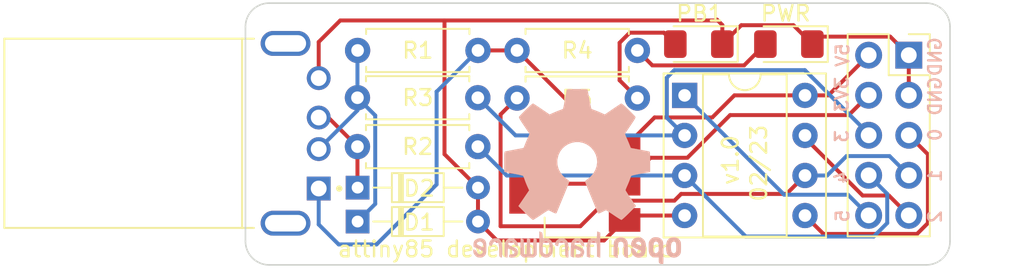
<source format=kicad_pcb>
(kicad_pcb (version 20211014) (generator pcbnew)
  (layers (0 "F.Cu" signal) (31 "B.Cu" signal) (34 "B.Paste" user) (35 "F.Paste" user) (36 "B.SilkS" user "B.Silkscreen") (37 "F.SilkS" user "F.Silkscreen") (38 "B.Mask" user) (39 "F.Mask" user) (44 "Edge.Cuts" user))
  (net 0 "")
  (net 1 "Net-(D1-Pad1)")
  (net 2 "Net-(D2-Pad1)")
  (net 3 "/PB0")
  (net 4 "/PB1")
  (net 5 "/PB2")
  (net 6 "/PB3")
  (net 7 "/PB4")
  (net 8 "/PB5")
  (net 9 "/GND")
  (net 10 "/5V")
  (net 11 "Net-(D3-Pad2)")
  (net 12 "Net-(D4-Pad2)")
  (net 13 "/3V3")
  (footprint "Connector_PinSocket_2.54mm:PinSocket_2x05_P2.54mm_Vertical" (layer "F.Cu") (at 207.09 79.1)
    (fp_text reference "J2" hide)
    (fp_text value "Conn_02x05_Odd_Even")
    (pad "1" thru_hole rect (at 0 0) (size 1.7 1.7) (drill 1) (layers *.Cu *.Mask) (net 9 "/GND"))
    (pad "2" thru_hole oval (at -2.54 0) (size 1.7 1.7) (drill 1) (layers *.Cu *.Mask) (net 10 "/5V"))
    (pad "3" thru_hole oval (at 0 2.54) (size 1.7 1.7) (drill 1) (layers *.Cu *.Mask) (net 9 "/GND"))
    (pad "4" thru_hole oval (at -2.54 2.54) (size 1.7 1.7) (drill 1) (layers *.Cu *.Mask) (net 13 "/3V3"))
    (pad "5" thru_hole oval (at 0 5.08) (size 1.7 1.7) (drill 1) (layers *.Cu *.Mask) (net 3 "/PB0"))
    (pad "6" thru_hole oval (at -2.54 5.08) (size 1.7 1.7) (drill 1) (layers *.Cu *.Mask) (net 6 "/PB3"))
    (pad "7" thru_hole oval (at 0 7.62) (size 1.7 1.7) (drill 1) (layers *.Cu *.Mask) (net 4 "/PB1"))
    (pad "8" thru_hole oval (at -2.54 7.62) (size 1.7 1.7) (drill 1) (layers *.Cu *.Mask) (net 7 "/PB4"))
    (pad "9" thru_hole oval (at 0 10.16) (size 1.7 1.7) (drill 1) (layers *.Cu *.Mask) (net 5 "/PB2"))
    (pad "10" thru_hole oval (at -2.54 10.16) (size 1.7 1.7) (drill 1) (layers *.Cu *.Mask) (net 8 "/PB5"))
  )
  (footprint "Resistor_THT:R_Axial_DIN0207_L6.3mm_D2.5mm_P7.62mm_Horizontal" (layer "F.Cu") (at 182.29 78.8)
    (fp_text reference "R4" (at 3.81 0) (layer "F.SilkS"))
    (fp_text value "470")
    (pad "1" thru_hole circle (at 0 0) (size 1.6 1.6) (drill 0.8) (layers *.Cu *.Mask) (net 10 "/5V"))
    (pad "2" thru_hole oval (at 7.62 0) (size 1.6 1.6) (drill 0.8) (layers *.Cu *.Mask) (net 11 "Net-(D3-Pad2)"))
  )
  (footprint "LED_SMD:LED_1206_3216Metric_Pad1.42x1.75mm_HandSolder" (layer "F.Cu") (at 193.8 78.4 180)
    (fp_text reference "D4" hide)
    (fp_text value "LED")
    (pad "1" smd roundrect (at -1.4875 0 180) (size 1.425 1.75) (layers "F.Cu" "F.Paste" "F.Mask") (roundrect_rratio 0.1754392982) (net 9 "/GND"))
    (pad "2" smd roundrect (at 1.4875 0 180) (size 1.425 1.75) (layers "F.Cu" "F.Paste" "F.Mask") (roundrect_rratio 0.1754392982) (net 12 "Net-(D4-Pad2)"))
  )
  (footprint "Resistor_THT:R_Axial_DIN0207_L6.3mm_D2.5mm_P7.62mm_Horizontal" (layer "F.Cu") (at 182.29 81.82)
    (fp_text reference "R5" (at 3.81 0.03) (layer "F.SilkS"))
    (fp_text value "470")
    (pad "1" thru_hole circle (at 0 0) (size 1.6 1.6) (drill 0.8) (layers *.Cu *.Mask) (net 4 "/PB1"))
    (pad "2" thru_hole oval (at 7.62 0) (size 1.6 1.6) (drill 0.8) (layers *.Cu *.Mask) (net 12 "Net-(D4-Pad2)"))
  )
  (footprint "Resistor_THT:R_Axial_DIN0207_L6.3mm_D2.5mm_P7.62mm_Horizontal" (layer "F.Cu") (at 172.2 78.8)
    (fp_text reference "R1" (at 3.81 0) (layer "F.SilkS"))
    (fp_text value "1K5")
    (pad "1" thru_hole circle (at 0 0) (size 1.6 1.6) (drill 0.8) (layers *.Cu *.Mask) (net 1 "Net-(D1-Pad1)"))
    (pad "2" thru_hole oval (at 7.62 0) (size 1.6 1.6) (drill 0.8) (layers *.Cu *.Mask) (net 10 "/5V"))
  )
  (footprint "Package_DIP:DIP-8_W7.62mm_Socket" (layer "F.Cu") (at 192.9 81.65)
    (fp_text reference "U1" hide)
    (fp_text value "ATtiny85-20P")
    (pad "1" thru_hole rect (at 0 0) (size 1.6 1.6) (drill 0.8) (layers *.Cu *.Mask) (net 8 "/PB5"))
    (pad "2" thru_hole oval (at 0 2.54) (size 1.6 1.6) (drill 0.8) (layers *.Cu *.Mask) (net 6 "/PB3"))
    (pad "3" thru_hole oval (at 0 5.08) (size 1.6 1.6) (drill 0.8) (layers *.Cu *.Mask) (net 7 "/PB4"))
    (pad "4" thru_hole oval (at 0 7.62) (size 1.6 1.6) (drill 0.8) (layers *.Cu *.Mask) (net 9 "/GND"))
    (pad "5" thru_hole oval (at 7.62 7.62) (size 1.6 1.6) (drill 0.8) (layers *.Cu *.Mask) (net 3 "/PB0"))
    (pad "6" thru_hole oval (at 7.62 5.08) (size 1.6 1.6) (drill 0.8) (layers *.Cu *.Mask) (net 4 "/PB1"))
    (pad "7" thru_hole oval (at 7.62 2.54) (size 1.6 1.6) (drill 0.8) (layers *.Cu *.Mask) (net 5 "/PB2"))
    (pad "8" thru_hole oval (at 7.62 0) (size 1.6 1.6) (drill 0.8) (layers *.Cu *.Mask) (net 10 "/5V"))
  )
  (footprint "LED_SMD:LED_1206_3216Metric_Pad1.42x1.75mm_HandSolder" (layer "F.Cu") (at 199.5 78.4 180)
    (fp_text reference "D3" hide)
    (fp_text value "LED")
    (pad "1" smd roundrect (at -1.4875 0 180) (size 1.425 1.75) (layers "F.Cu" "F.Paste" "F.Mask") (roundrect_rratio 0.1754392982) (net 9 "/GND"))
    (pad "2" smd roundrect (at 1.4875 0 180) (size 1.425 1.75) (layers "F.Cu" "F.Paste" "F.Mask") (roundrect_rratio 0.1754392982) (net 11 "Net-(D3-Pad2)"))
  )
  (footprint "Diode_THT:D_DO-34_SOD68_P7.62mm_Horizontal" (layer "F.Cu") (at 172.2 89.65)
    (fp_text reference "D1" hide)
    (fp_text value "3.6 Zener")
    (pad "1" thru_hole rect (at 0 0) (size 1.5 1.5) (drill 0.75) (layers *.Cu *.Mask) (net 1 "Net-(D1-Pad1)"))
    (pad "2" thru_hole oval (at 7.62 0) (size 1.5 1.5) (drill 0.75) (layers *.Cu *.Mask) (net 9 "/GND"))
  )
  (footprint "My footprints:MOLEX_48037-0001" (layer "F.Cu") (at 167.6375 84.05575 -90)
    (fp_text reference "J1" hide)
    (fp_text value "USB_A" hide)
    (pad "" np_thru_hole circle locked (at -2.25 0 270) (size 1.25 1.25) (drill 1.25) (layers *.Cu *.Mask))
    (pad "" np_thru_hole circle locked (at 2.25 0 270) (size 1.25 1.25) (drill 1.25) (layers *.Cu *.Mask))
    (pad "1" thru_hole rect locked (at 3.5 -2.1 270) (size 1.508 1.508) (drill 1) (layers *.Cu *.Mask) (net 10 "/5V"))
    (pad "2" thru_hole circle locked (at 1 -2.1 270) (size 1.508 1.508) (drill 1) (layers *.Cu *.Mask) (net 1 "Net-(D1-Pad1)"))
    (pad "3" thru_hole circle locked (at -1 -2.1 270) (size 1.508 1.508) (drill 1) (layers *.Cu *.Mask) (net 2 "Net-(D2-Pad1)"))
    (pad "4" thru_hole circle locked (at -3.5 -2.1 270) (size 1.508 1.508) (drill 1) (layers *.Cu *.Mask) (net 9 "/GND"))
    (pad "S1" thru_hole oval locked (at 5.7 0 270) (size 1.575 3.15) (drill oval 1.05 2.6) (layers *.Cu *.Mask))
    (pad "S2" thru_hole oval locked (at -5.7 0 270) (size 1.575 3.15) (drill oval 1.05 2.6) (layers *.Cu *.Mask))
  )
  (footprint "Package_TO_SOT_SMD:SOT-223-3_TabPin2" (layer "F.Cu") (at 185.95 87.25 180)
    (fp_text reference "U2" hide)
    (fp_text value "AMS1117-3.3")
    (pad "1" smd rect (at -3.15 -2.3 180) (size 2 1.5) (layers "F.Cu" "F.Paste" "F.Mask") (net 9 "/GND"))
    (pad "2" smd rect (at 3.15 0 180) (size 2 3.8) (layers "F.Cu" "F.Paste" "F.Mask") (net 13 "/3V3"))
    (pad "2" smd rect (at -3.15 0 180) (size 2 1.5) (layers "F.Cu" "F.Paste" "F.Mask") (net 13 "/3V3"))
    (pad "3" smd rect (at -3.15 2.3 180) (size 2 1.5) (layers "F.Cu" "F.Paste" "F.Mask") (net 10 "/5V"))
  )
  (footprint "Resistor_THT:R_Axial_DIN0207_L6.3mm_D2.5mm_P7.62mm_Horizontal" (layer "F.Cu") (at 179.81 81.8 180)
    (fp_text reference "R3" (at 3.8 0) (layer "F.SilkS"))
    (fp_text value "66")
    (pad "1" thru_hole circle (at 0 0 180) (size 1.6 1.6) (drill 0.8) (layers *.Cu *.Mask) (net 6 "/PB3"))
    (pad "2" thru_hole oval (at 7.62 0 180) (size 1.6 1.6) (drill 0.8) (layers *.Cu *.Mask) (net 1 "Net-(D1-Pad1)"))
  )
  (footprint "Resistor_THT:R_Axial_DIN0207_L6.3mm_D2.5mm_P7.62mm_Horizontal" (layer "F.Cu") (at 179.81 84.9 180)
    (fp_text reference "R2" (at 3.81 0) (layer "F.SilkS"))
    (fp_text value "66")
    (pad "1" thru_hole circle (at 0 0 180) (size 1.6 1.6) (drill 0.8) (layers *.Cu *.Mask) (net 7 "/PB4"))
    (pad "2" thru_hole oval (at 7.62 0 180) (size 1.6 1.6) (drill 0.8) (layers *.Cu *.Mask) (net 2 "Net-(D2-Pad1)"))
  )
  (footprint "Diode_THT:D_DO-34_SOD68_P7.62mm_Horizontal" (layer "F.Cu") (at 172.2 87.5)
    (fp_text reference "D2" hide)
    (fp_text value "3.6 Zener")
    (pad "1" thru_hole rect (at 0 0) (size 1.5 1.5) (drill 0.75) (layers *.Cu *.Mask) (net 2 "Net-(D2-Pad1)"))
    (pad "2" thru_hole oval (at 7.62 0) (size 1.5 1.5) (drill 0.75) (layers *.Cu *.Mask) (net 9 "/GND"))
  )
  (footprint "Symbol:OSHW-Logo2_14.6x12mm_SilkScreen" (layer "B.Cu") (at 186.1 86.8 180)
    (fp_text reference "REF**" hide)
    (fp_text value "OSHW-Logo2_14.6x12mm_SilkScreen" hide)
  )
  (gr_arc (start 208.2 75.8) (mid 209.26066 76.23934) (end 209.7 77.3) (layer "Edge.Cuts") (width 0.1))
  (gr_line (start 166.6 92.4) (end 208.2 92.4) (layer "Edge.Cuts") (width 0.1))
  (gr_line (start 208.2 75.8) (end 166.6 75.8) (layer "Edge.Cuts") (width 0.1))
  (gr_arc (start 166.6 92.4) (mid 165.53934 91.96066) (end 165.1 90.9) (layer "Edge.Cuts") (width 0.1))
  (gr_arc (start 165.1 77.3) (mid 165.53934 76.23934) (end 166.6 75.8) (layer "Edge.Cuts") (width 0.1))
  (gr_arc (start 209.7 90.9) (mid 209.26066 91.96066) (end 208.2 92.4) (layer "Edge.Cuts") (width 0.1))
  (gr_line (start 209.7 90.9) (end 209.7 77.3) (layer "Edge.Cuts") (width 0.1))
  (gr_line (start 165.1 90.9) (end 165.1 77.3) (layer "Edge.Cuts") (width 0.1))
  (gr_text "3" (at 202.85 84.25 90) (layer "B.SilkS") (effects (font (size 0.8 0.8)) (justify mirror)))
  (gr_text "4" (at 202.85 86.85 90) (layer "B.SilkS") (effects (font (size 0.8 0.8)) (justify mirror)))
  (gr_text "GND" (at 208.75 79.2 90) (layer "B.SilkS") (effects (font (size 0.8 0.8)) (justify mirror)))
  (gr_text "2" (at 208.75 89.35 90) (layer "B.SilkS") (effects (font (size 0.8 0.8)) (justify mirror)))
  (gr_text "1" (at 208.75 86.75 90) (layer "B.SilkS") (effects (font (size 0.8 0.8)) (justify mirror)))
  (gr_text "GND" (at 208.75 81.7 90) (layer "B.SilkS") (effects (font (size 0.8 0.8)) (justify mirror)))
  (gr_text "5" (at 202.9 89.3 90) (layer "B.SilkS") (effects (font (size 0.8 0.8)) (justify mirror)))
  (gr_text "0" (at 208.75 84.15 90) (layer "B.SilkS") (effects (font (size 0.8 0.8)) (justify mirror)))
  (gr_text "3V3" (at 202.85 81.6 90) (layer "B.SilkS") (effects (font (size 0.8 0.8)) (justify mirror)))
  (gr_text "5V" (at 202.9 79.1 90) (layer "B.SilkS") (effects (font (size 0.8 0.8)) (justify mirror)))
  (gr_text "D1" (at 176.1 89.7) (layer "F.SilkS") (effects (font (size 1 1))))
  (gr_text "PWR" (at 199.3 76.45) (layer "F.SilkS") (effects (font (size 1 1))))
  (gr_text "PB1" (at 193.85 76.45) (layer "F.SilkS") (effects (font (size 1 1))))
  (gr_text "02/23" (at 197.6 85.95 90) (layer "F.SilkS") (effects (font (size 1 1))))
  (gr_text "D2" (at 176.1 87.55) (layer "F.SilkS") (effects (font (size 1 1))))
  (gr_text "v1.0" (at 195.8 85.75 90) (layer "F.SilkS") (effects (font (size 1 1))))
  (gr_text "attiny85 development board" (at 181.575 91.4) (layer "F.SilkS") (effects (font (size 1 1))))
  (segment (start 172.19 78.81) (end 172.2 78.8) (width 0.25) (layer "B.Cu") (net 1))
  (segment (start 173.315 88.535) (end 173.315 82.925) (width 0.25) (layer "B.Cu") (net 1))
  (segment (start 172.19 81.8) (end 172.19 78.81) (width 0.25) (layer "B.Cu") (net 1))
  (segment (start 173.315 82.925) (end 172.19 81.8) (width 0.25) (layer "B.Cu") (net 1))
  (segment (start 172.2 89.65) (end 173.315 88.535) (width 0.25) (layer "B.Cu") (net 1))
  (segment (start 169.7375 85.05575) (end 172.19 82.60325) (width 0.25) (layer "B.Cu") (net 1))
  (segment (start 172.19 82.60325) (end 172.19 81.8) (width 0.25) (layer "B.Cu") (net 1))
  (segment (start 170.34575 83.05575) (end 169.7375 83.05575) (width 0.25) (layer "F.Cu") (net 2))
  (segment (start 172.19 84.9) (end 170.34575 83.05575) (width 0.25) (layer "F.Cu") (net 2))
  (segment (start 172.19 87.49) (end 172.2 87.5) (width 0.25) (layer "F.Cu") (net 2))
  (segment (start 172.19 84.9) (end 172.19 87.49) (width 0.25) (layer "F.Cu") (net 2))
  (segment (start 201.685 90.435) (end 207.615 90.435) (width 0.25) (layer "F.Cu") (net 3))
  (segment (start 208.3 85.39) (end 207.09 84.18) (width 0.25) (layer "F.Cu") (net 3))
  (segment (start 207.615 90.435) (end 208.3 89.75) (width 0.25) (layer "F.Cu") (net 3))
  (segment (start 200.52 89.27) (end 201.685 90.435) (width 0.25) (layer "F.Cu") (net 3))
  (segment (start 208.3 89.75) (end 208.3 85.39) (width 0.25) (layer "F.Cu") (net 3))
  (segment (start 192.254009 88.325) (end 192.679009 87.9) (width 0.25) (layer "F.Cu") (net 4))
  (segment (start 199.35 87.9) (end 200.52 86.73) (width 0.25) (layer "F.Cu") (net 4))
  (segment (start 181.25 89.95) (end 186.3 89.95) (width 0.25) (layer "F.Cu") (net 4))
  (segment (start 181.25 82.86) (end 181.25 89.95) (width 0.25) (layer "F.Cu") (net 4))
  (segment (start 182.29 81.82) (end 181.25 82.86) (width 0.25) (layer "F.Cu") (net 4))
  (segment (start 187.925 88.325) (end 192.254009 88.325) (width 0.25) (layer "F.Cu") (net 4))
  (segment (start 186.3 89.95) (end 187.925 88.325) (width 0.25) (layer "F.Cu") (net 4))
  (segment (start 192.679009 87.9) (end 199.35 87.9) (width 0.25) (layer "F.Cu") (net 4))
  (segment (start 203.15 85.5) (end 201.92 86.73) (width 0.25) (layer "B.Cu") (net 4))
  (segment (start 201.92 86.73) (end 200.52 86.73) (width 0.25) (layer "B.Cu") (net 4))
  (segment (start 205.87 85.5) (end 203.15 85.5) (width 0.25) (layer "B.Cu") (net 4))
  (segment (start 207.09 86.72) (end 205.87 85.5) (width 0.25) (layer "B.Cu") (net 4))
  (segment (start 205.83 88) (end 204.168299 88) (width 0.25) (layer "F.Cu") (net 5))
  (segment (start 207.09 89.26) (end 205.83 88) (width 0.25) (layer "F.Cu") (net 5))
  (segment (start 200.52 84.351701) (end 200.52 84.19) (width 0.25) (layer "F.Cu") (net 5))
  (segment (start 204.168299 88) (end 200.52 84.351701) (width 0.25) (layer "F.Cu") (net 5))
  (segment (start 192.9 84.19) (end 182.2 84.19) (width 0.25) (layer "B.Cu") (net 6))
  (segment (start 204.55 84.089009) (end 200.510991 80.05) (width 0.25) (layer "B.Cu") (net 6))
  (segment (start 192.9 84.19) (end 191.775 83.065) (width 0.25) (layer "B.Cu") (net 6))
  (segment (start 182.2 84.19) (end 179.81 81.8) (width 0.25) (layer "B.Cu") (net 6))
  (segment (start 204.55 84.18) (end 204.55 84.089009) (width 0.25) (layer "B.Cu") (net 6))
  (segment (start 192.25 80.05) (end 191.775 80.525) (width 0.25) (layer "B.Cu") (net 6))
  (segment (start 200.510991 80.05) (end 192.25 80.05) (width 0.25) (layer "B.Cu") (net 6))
  (segment (start 191.775 80.525) (end 191.775 83.065) (width 0.25) (layer "B.Cu") (net 6))
  (segment (start 196.77 90.6) (end 192.9 86.73) (width 0.25) (layer "B.Cu") (net 7))
  (segment (start 205.725 87.895) (end 204.55 86.72) (width 0.25) (layer "B.Cu") (net 7))
  (segment (start 205.725 89.746701) (end 205.725 87.895) (width 0.25) (layer "B.Cu") (net 7))
  (segment (start 181.64 86.73) (end 179.81 84.9) (width 0.25) (layer "B.Cu") (net 7))
  (segment (start 196.77 90.6) (end 204.871701 90.6) (width 0.25) (layer "B.Cu") (net 7))
  (segment (start 192.9 86.73) (end 181.64 86.73) (width 0.25) (layer "B.Cu") (net 7))
  (segment (start 204.871701 90.6) (end 205.725 89.746701) (width 0.25) (layer "B.Cu") (net 7))
  (segment (start 199.2 87.95) (end 203.24 87.95) (width 0.25) (layer "B.Cu") (net 8))
  (segment (start 192.9 81.65) (end 199.2 87.95) (width 0.25) (layer "B.Cu") (net 8))
  (segment (start 203.24 87.95) (end 204.55 89.26) (width 0.25) (layer "B.Cu") (net 8))
  (segment (start 207.09 79.1) (end 207.09 81.64) (width 0.25) (layer "F.Cu") (net 9))
  (segment (start 187.8 90.85) (end 189.1 89.55) (width 0.25) (layer "F.Cu") (net 9))
  (segment (start 201.4625 77.925) (end 200.9875 78.4) (width 0.25) (layer "F.Cu") (net 9))
  (segment (start 177.7 76.9) (end 171.1 76.9) (width 0.25) (layer "F.Cu") (net 9))
  (segment (start 200.9875 78.4) (end 199.7875 77.2) (width 0.25) (layer "F.Cu") (net 9))
  (segment (start 194.95 76.85) (end 194.9 76.9) (width 0.25) (layer "F.Cu") (net 9))
  (segment (start 192.9 89.27) (end 189.38 89.27) (width 0.25) (layer "F.Cu") (net 9))
  (segment (start 199.7875 77.2) (end 196.4875 77.2) (width 0.25) (layer "F.Cu") (net 9))
  (segment (start 179.82 89.65) (end 181.02 90.85) (width 0.25) (layer "F.Cu") (net 9))
  (segment (start 181.02 90.85) (end 187.8 90.85) (width 0.25) (layer "F.Cu") (net 9))
  (segment (start 171.1 76.9) (end 169.7375 78.2625) (width 0.25) (layer "F.Cu") (net 9))
  (segment (start 194.95 76.85) (end 195.2875 77.1875) (width 0.25) (layer "F.Cu") (net 9))
  (segment (start 195.2875 77.1875) (end 195.2875 78.4) (width 0.25) (layer "F.Cu") (net 9))
  (segment (start 179.82 87.5) (end 179.82 89.65) (width 0.25) (layer "F.Cu") (net 9))
  (segment (start 177.7 76.9) (end 177.7 85.38) (width 0.25) (layer "F.Cu") (net 9))
  (segment (start 189.38 89.27) (end 189.1 89.55) (width 0.25) (layer "F.Cu") (net 9))
  (segment (start 177.7 85.38) (end 179.82 87.5) (width 0.25) (layer "F.Cu") (net 9))
  (segment (start 207.09 79.1) (end 205.915 77.925) (width 0.25) (layer "F.Cu") (net 9))
  (segment (start 194.9 76.9) (end 177.7 76.9) (width 0.25) (layer "F.Cu") (net 9))
  (segment (start 205.915 77.925) (end 201.4625 77.925) (width 0.25) (layer "F.Cu") (net 9))
  (segment (start 169.7375 78.2625) (end 169.7375 80.55575) (width 0.25) (layer "F.Cu") (net 9))
  (segment (start 196.4875 77.2) (end 195.2875 78.4) (width 0.25) (layer "F.Cu") (net 9))
  (segment (start 196.05 81.65) (end 194.65 83.05) (width 0.25) (layer "F.Cu") (net 10))
  (segment (start 189.1 84.95) (end 191 83.05) (width 0.25) (layer "F.Cu") (net 10))
  (segment (start 182.29 78.8) (end 179.82 78.8) (width 0.25) (layer "F.Cu") (net 10))
  (segment (start 182.29 78.8) (end 188.44 84.95) (width 0.25) (layer "F.Cu") (net 10))
  (segment (start 191 83.05) (end 194.65 83.05) (width 0.25) (layer "F.Cu") (net 10))
  (segment (start 204.55 79.1) (end 202 81.65) (width 0.25) (layer "F.Cu") (net 10))
  (segment (start 200.52 81.65) (end 196.05 81.65) (width 0.25) (layer "F.Cu") (net 10))
  (segment (start 202 81.65) (end 200.52 81.65) (width 0.25) (layer "F.Cu") (net 10))
  (segment (start 188.44 84.95) (end 189.1 84.95) (width 0.25) (layer "F.Cu") (net 10))
  (segment (start 171 91.1) (end 173.4 91.1) (width 0.25) (layer "B.Cu") (net 10))
  (segment (start 177.2 87.3) (end 177.2 81.41) (width 0.25) (layer "B.Cu") (net 10))
  (segment (start 169.7375 87.55575) (end 169.7375 89.8375) (width 0.25) (layer "B.Cu") (net 10))
  (segment (start 173.4 91.1) (end 177.2 87.3) (width 0.25) (layer "B.Cu") (net 10))
  (segment (start 179.82 78.8) (end 177.21 81.41) (width 0.25) (layer "B.Cu") (net 10))
  (segment (start 169.7375 89.8375) (end 171 91.1) (width 0.25) (layer "B.Cu") (net 10))
  (segment (start 177.21 81.41) (end 177.2 81.41) (width 0.25) (layer "B.Cu") (net 10))
  (segment (start 196.6625 79.75) (end 198.0125 78.4) (width 0.25) (layer "F.Cu") (net 11))
  (segment (start 190.86 79.75) (end 196.6625 79.75) (width 0.25) (layer "F.Cu") (net 11))
  (segment (start 189.91 78.8) (end 190.86 79.75) (width 0.25) (layer "F.Cu") (net 11))
  (segment (start 189.91 81.82) (end 188.785 80.695) (width 0.25) (layer "F.Cu") (net 12))
  (segment (start 188.785 78.315) (end 189.425 77.675) (width 0.25) (layer "F.Cu") (net 12))
  (segment (start 189.425 77.675) (end 191.5875 77.675) (width 0.25) (layer "F.Cu") (net 12))
  (segment (start 188.785 80.695) (end 188.785 78.315) (width 0.25) (layer "F.Cu") (net 12))
  (segment (start 191.5875 77.675) (end 192.3125 78.4) (width 0.25) (layer "F.Cu") (net 12))
  (segment (start 203.29 82.9) (end 195.780991 82.9) (width 0.25) (layer "F.Cu") (net 13))
  (segment (start 182.8 87.25) (end 189.1 87.25) (width 0.25) (layer "F.Cu") (net 13))
  (segment (start 190.745 85.605) (end 189.1 87.25) (width 0.25) (layer "F.Cu") (net 13))
  (segment (start 193.075991 85.605) (end 190.745 85.605) (width 0.25) (layer "F.Cu") (net 13))
  (segment (start 195.780991 82.9) (end 193.075991 85.605) (width 0.25) (layer "F.Cu") (net 13))
  (segment (start 204.55 81.64) (end 203.29 82.9) (width 0.25) (layer "F.Cu") (net 13))
)
</source>
